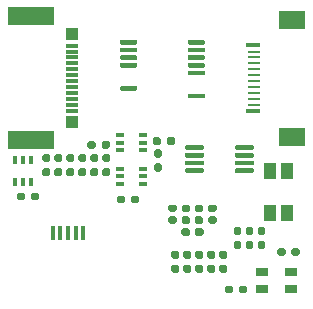
<source format=gtp>
%TF.GenerationSoftware,KiCad,Pcbnew,(5.1.7)-1*%
%TF.CreationDate,2020-11-18T22:53:05+01:00*%
%TF.ProjectId,twonkie,74776f6e-6b69-4652-9e6b-696361645f70,rev?*%
%TF.SameCoordinates,PX448d510PY20b3950*%
%TF.FileFunction,Paste,Top*%
%TF.FilePolarity,Positive*%
%FSLAX46Y46*%
G04 Gerber Fmt 4.6, Leading zero omitted, Abs format (unit mm)*
G04 Created by KiCad (PCBNEW (5.1.7)-1) date 2020-11-18 22:53:05*
%MOMM*%
%LPD*%
G01*
G04 APERTURE LIST*
%ADD10R,0.450000X1.300000*%
%ADD11R,1.000000X0.260000*%
%ADD12R,1.250000X0.410000*%
%ADD13R,2.200000X1.500000*%
%ADD14R,4.000000X1.500000*%
%ADD15R,1.000000X0.300000*%
%ADD16R,1.000000X1.000000*%
%ADD17R,0.650000X0.400000*%
%ADD18R,1.050000X1.400000*%
%ADD19R,0.400000X0.650000*%
%ADD20R,1.000000X0.800000*%
G04 APERTURE END LIST*
D10*
%TO.C,J3*%
X6634000Y-19436000D03*
X5984000Y-19436000D03*
X5334000Y-19436000D03*
X4684000Y-19436000D03*
X4034000Y-19436000D03*
%TD*%
%TO.C,R24*%
G36*
G01*
X19845000Y-19635500D02*
X19525000Y-19635500D01*
G75*
G02*
X19365000Y-19475500I0J160000D01*
G01*
X19365000Y-19080500D01*
G75*
G02*
X19525000Y-18920500I160000J0D01*
G01*
X19845000Y-18920500D01*
G75*
G02*
X20005000Y-19080500I0J-160000D01*
G01*
X20005000Y-19475500D01*
G75*
G02*
X19845000Y-19635500I-160000J0D01*
G01*
G37*
G36*
G01*
X19845000Y-20830500D02*
X19525000Y-20830500D01*
G75*
G02*
X19365000Y-20670500I0J160000D01*
G01*
X19365000Y-20275500D01*
G75*
G02*
X19525000Y-20115500I160000J0D01*
G01*
X19845000Y-20115500D01*
G75*
G02*
X20005000Y-20275500I0J-160000D01*
G01*
X20005000Y-20670500D01*
G75*
G02*
X19845000Y-20830500I-160000J0D01*
G01*
G37*
%TD*%
%TO.C,U2*%
G36*
G01*
X16935000Y-7763000D02*
X16935000Y-7963000D01*
G75*
G02*
X16835000Y-8063000I-100000J0D01*
G01*
X15560000Y-8063000D01*
G75*
G02*
X15460000Y-7963000I0J100000D01*
G01*
X15460000Y-7763000D01*
G75*
G02*
X15560000Y-7663000I100000J0D01*
G01*
X16835000Y-7663000D01*
G75*
G02*
X16935000Y-7763000I0J-100000D01*
G01*
G37*
G36*
G01*
X16935000Y-5813000D02*
X16935000Y-6013000D01*
G75*
G02*
X16835000Y-6113000I-100000J0D01*
G01*
X15560000Y-6113000D01*
G75*
G02*
X15460000Y-6013000I0J100000D01*
G01*
X15460000Y-5813000D01*
G75*
G02*
X15560000Y-5713000I100000J0D01*
G01*
X16835000Y-5713000D01*
G75*
G02*
X16935000Y-5813000I0J-100000D01*
G01*
G37*
G36*
G01*
X16935000Y-5163000D02*
X16935000Y-5363000D01*
G75*
G02*
X16835000Y-5463000I-100000J0D01*
G01*
X15560000Y-5463000D01*
G75*
G02*
X15460000Y-5363000I0J100000D01*
G01*
X15460000Y-5163000D01*
G75*
G02*
X15560000Y-5063000I100000J0D01*
G01*
X16835000Y-5063000D01*
G75*
G02*
X16935000Y-5163000I0J-100000D01*
G01*
G37*
G36*
G01*
X16935000Y-4513000D02*
X16935000Y-4713000D01*
G75*
G02*
X16835000Y-4813000I-100000J0D01*
G01*
X15560000Y-4813000D01*
G75*
G02*
X15460000Y-4713000I0J100000D01*
G01*
X15460000Y-4513000D01*
G75*
G02*
X15560000Y-4413000I100000J0D01*
G01*
X16835000Y-4413000D01*
G75*
G02*
X16935000Y-4513000I0J-100000D01*
G01*
G37*
G36*
G01*
X16935000Y-3863000D02*
X16935000Y-4063000D01*
G75*
G02*
X16835000Y-4163000I-100000J0D01*
G01*
X15560000Y-4163000D01*
G75*
G02*
X15460000Y-4063000I0J100000D01*
G01*
X15460000Y-3863000D01*
G75*
G02*
X15560000Y-3763000I100000J0D01*
G01*
X16835000Y-3763000D01*
G75*
G02*
X16935000Y-3863000I0J-100000D01*
G01*
G37*
G36*
G01*
X16935000Y-3213000D02*
X16935000Y-3413000D01*
G75*
G02*
X16835000Y-3513000I-100000J0D01*
G01*
X15560000Y-3513000D01*
G75*
G02*
X15460000Y-3413000I0J100000D01*
G01*
X15460000Y-3213000D01*
G75*
G02*
X15560000Y-3113000I100000J0D01*
G01*
X16835000Y-3113000D01*
G75*
G02*
X16935000Y-3213000I0J-100000D01*
G01*
G37*
G36*
G01*
X11210000Y-3213000D02*
X11210000Y-3413000D01*
G75*
G02*
X11110000Y-3513000I-100000J0D01*
G01*
X9835000Y-3513000D01*
G75*
G02*
X9735000Y-3413000I0J100000D01*
G01*
X9735000Y-3213000D01*
G75*
G02*
X9835000Y-3113000I100000J0D01*
G01*
X11110000Y-3113000D01*
G75*
G02*
X11210000Y-3213000I0J-100000D01*
G01*
G37*
G36*
G01*
X11210000Y-3863000D02*
X11210000Y-4063000D01*
G75*
G02*
X11110000Y-4163000I-100000J0D01*
G01*
X9835000Y-4163000D01*
G75*
G02*
X9735000Y-4063000I0J100000D01*
G01*
X9735000Y-3863000D01*
G75*
G02*
X9835000Y-3763000I100000J0D01*
G01*
X11110000Y-3763000D01*
G75*
G02*
X11210000Y-3863000I0J-100000D01*
G01*
G37*
G36*
G01*
X11210000Y-4513000D02*
X11210000Y-4713000D01*
G75*
G02*
X11110000Y-4813000I-100000J0D01*
G01*
X9835000Y-4813000D01*
G75*
G02*
X9735000Y-4713000I0J100000D01*
G01*
X9735000Y-4513000D01*
G75*
G02*
X9835000Y-4413000I100000J0D01*
G01*
X11110000Y-4413000D01*
G75*
G02*
X11210000Y-4513000I0J-100000D01*
G01*
G37*
G36*
G01*
X11210000Y-5163000D02*
X11210000Y-5363000D01*
G75*
G02*
X11110000Y-5463000I-100000J0D01*
G01*
X9835000Y-5463000D01*
G75*
G02*
X9735000Y-5363000I0J100000D01*
G01*
X9735000Y-5163000D01*
G75*
G02*
X9835000Y-5063000I100000J0D01*
G01*
X11110000Y-5063000D01*
G75*
G02*
X11210000Y-5163000I0J-100000D01*
G01*
G37*
G36*
G01*
X11210000Y-7113000D02*
X11210000Y-7313000D01*
G75*
G02*
X11110000Y-7413000I-100000J0D01*
G01*
X9835000Y-7413000D01*
G75*
G02*
X9735000Y-7313000I0J100000D01*
G01*
X9735000Y-7113000D01*
G75*
G02*
X9835000Y-7013000I100000J0D01*
G01*
X11110000Y-7013000D01*
G75*
G02*
X11210000Y-7113000I0J-100000D01*
G01*
G37*
%TD*%
D11*
%TO.C,J1*%
X21090000Y-8600000D03*
X21090000Y-8100000D03*
X21090000Y-7600000D03*
X21090000Y-7100000D03*
X21090000Y-6600000D03*
X21090000Y-6100000D03*
X21090000Y-5600000D03*
X21090000Y-5100000D03*
X21090000Y-4600000D03*
X21090000Y-4100000D03*
D12*
X20965000Y-9175000D03*
X20965000Y-3525000D03*
D13*
X24290000Y-11300000D03*
X24290000Y-1400000D03*
%TD*%
D14*
%TO.C,J2*%
X2215000Y-11600000D03*
X2215000Y-1100000D03*
D15*
X5675000Y-9100000D03*
X5675000Y-8600000D03*
X5675000Y-8100000D03*
X5675000Y-7600000D03*
X5675000Y-7100000D03*
X5675000Y-6600000D03*
X5675000Y-6100000D03*
X5675000Y-5600000D03*
X5675000Y-5100000D03*
X5675000Y-4600000D03*
X5675000Y-4100000D03*
X5675000Y-3600000D03*
D16*
X5675000Y-2600000D03*
X5675000Y-10100000D03*
%TD*%
D17*
%TO.C,Q3*%
X11681500Y-11161000D03*
X11681500Y-12461000D03*
X9781500Y-11811000D03*
X11681500Y-11811000D03*
X9781500Y-12461000D03*
X9781500Y-11161000D03*
%TD*%
%TO.C,C2*%
G36*
G01*
X14957400Y-18531900D02*
X14957400Y-18221900D01*
G75*
G02*
X15112400Y-18066900I155000J0D01*
G01*
X15537400Y-18066900D01*
G75*
G02*
X15692400Y-18221900I0J-155000D01*
G01*
X15692400Y-18531900D01*
G75*
G02*
X15537400Y-18686900I-155000J0D01*
G01*
X15112400Y-18686900D01*
G75*
G02*
X14957400Y-18531900I0J155000D01*
G01*
G37*
G36*
G01*
X13822400Y-18531900D02*
X13822400Y-18221900D01*
G75*
G02*
X13977400Y-18066900I155000J0D01*
G01*
X14402400Y-18066900D01*
G75*
G02*
X14557400Y-18221900I0J-155000D01*
G01*
X14557400Y-18531900D01*
G75*
G02*
X14402400Y-18686900I-155000J0D01*
G01*
X13977400Y-18686900D01*
G75*
G02*
X13822400Y-18531900I0J155000D01*
G01*
G37*
%TD*%
%TO.C,C4*%
G36*
G01*
X14957400Y-17528600D02*
X14957400Y-17218600D01*
G75*
G02*
X15112400Y-17063600I155000J0D01*
G01*
X15537400Y-17063600D01*
G75*
G02*
X15692400Y-17218600I0J-155000D01*
G01*
X15692400Y-17528600D01*
G75*
G02*
X15537400Y-17683600I-155000J0D01*
G01*
X15112400Y-17683600D01*
G75*
G02*
X14957400Y-17528600I0J155000D01*
G01*
G37*
G36*
G01*
X13822400Y-17528600D02*
X13822400Y-17218600D01*
G75*
G02*
X13977400Y-17063600I155000J0D01*
G01*
X14402400Y-17063600D01*
G75*
G02*
X14557400Y-17218600I0J-155000D01*
G01*
X14557400Y-17528600D01*
G75*
G02*
X14402400Y-17683600I-155000J0D01*
G01*
X13977400Y-17683600D01*
G75*
G02*
X13822400Y-17528600I0J155000D01*
G01*
G37*
%TD*%
%TO.C,R14*%
G36*
G01*
X2208500Y-16543000D02*
X2208500Y-16223000D01*
G75*
G02*
X2368500Y-16063000I160000J0D01*
G01*
X2763500Y-16063000D01*
G75*
G02*
X2923500Y-16223000I0J-160000D01*
G01*
X2923500Y-16543000D01*
G75*
G02*
X2763500Y-16703000I-160000J0D01*
G01*
X2368500Y-16703000D01*
G75*
G02*
X2208500Y-16543000I0J160000D01*
G01*
G37*
G36*
G01*
X1013500Y-16543000D02*
X1013500Y-16223000D01*
G75*
G02*
X1173500Y-16063000I160000J0D01*
G01*
X1568500Y-16063000D01*
G75*
G02*
X1728500Y-16223000I0J-160000D01*
G01*
X1728500Y-16543000D01*
G75*
G02*
X1568500Y-16703000I-160000J0D01*
G01*
X1173500Y-16703000D01*
G75*
G02*
X1013500Y-16543000I0J160000D01*
G01*
G37*
%TD*%
%TO.C,R16*%
G36*
G01*
X13702000Y-11844000D02*
X13702000Y-11524000D01*
G75*
G02*
X13862000Y-11364000I160000J0D01*
G01*
X14257000Y-11364000D01*
G75*
G02*
X14417000Y-11524000I0J-160000D01*
G01*
X14417000Y-11844000D01*
G75*
G02*
X14257000Y-12004000I-160000J0D01*
G01*
X13862000Y-12004000D01*
G75*
G02*
X13702000Y-11844000I0J160000D01*
G01*
G37*
G36*
G01*
X12507000Y-11844000D02*
X12507000Y-11524000D01*
G75*
G02*
X12667000Y-11364000I160000J0D01*
G01*
X13062000Y-11364000D01*
G75*
G02*
X13222000Y-11524000I0J-160000D01*
G01*
X13222000Y-11844000D01*
G75*
G02*
X13062000Y-12004000I-160000J0D01*
G01*
X12667000Y-12004000D01*
G75*
G02*
X12507000Y-11844000I0J160000D01*
G01*
G37*
%TD*%
D18*
%TO.C,SW1*%
X23897500Y-17802000D03*
X23897500Y-14202000D03*
X22457500Y-17802000D03*
X22457500Y-14202000D03*
%TD*%
%TO.C,U5*%
G36*
G01*
X19461000Y-12333000D02*
X19461000Y-12133000D01*
G75*
G02*
X19561000Y-12033000I100000J0D01*
G01*
X20986000Y-12033000D01*
G75*
G02*
X21086000Y-12133000I0J-100000D01*
G01*
X21086000Y-12333000D01*
G75*
G02*
X20986000Y-12433000I-100000J0D01*
G01*
X19561000Y-12433000D01*
G75*
G02*
X19461000Y-12333000I0J100000D01*
G01*
G37*
G36*
G01*
X19461000Y-12983000D02*
X19461000Y-12783000D01*
G75*
G02*
X19561000Y-12683000I100000J0D01*
G01*
X20986000Y-12683000D01*
G75*
G02*
X21086000Y-12783000I0J-100000D01*
G01*
X21086000Y-12983000D01*
G75*
G02*
X20986000Y-13083000I-100000J0D01*
G01*
X19561000Y-13083000D01*
G75*
G02*
X19461000Y-12983000I0J100000D01*
G01*
G37*
G36*
G01*
X19461000Y-13633000D02*
X19461000Y-13433000D01*
G75*
G02*
X19561000Y-13333000I100000J0D01*
G01*
X20986000Y-13333000D01*
G75*
G02*
X21086000Y-13433000I0J-100000D01*
G01*
X21086000Y-13633000D01*
G75*
G02*
X20986000Y-13733000I-100000J0D01*
G01*
X19561000Y-13733000D01*
G75*
G02*
X19461000Y-13633000I0J100000D01*
G01*
G37*
G36*
G01*
X19461000Y-14283000D02*
X19461000Y-14083000D01*
G75*
G02*
X19561000Y-13983000I100000J0D01*
G01*
X20986000Y-13983000D01*
G75*
G02*
X21086000Y-14083000I0J-100000D01*
G01*
X21086000Y-14283000D01*
G75*
G02*
X20986000Y-14383000I-100000J0D01*
G01*
X19561000Y-14383000D01*
G75*
G02*
X19461000Y-14283000I0J100000D01*
G01*
G37*
G36*
G01*
X15236000Y-14283000D02*
X15236000Y-14083000D01*
G75*
G02*
X15336000Y-13983000I100000J0D01*
G01*
X16761000Y-13983000D01*
G75*
G02*
X16861000Y-14083000I0J-100000D01*
G01*
X16861000Y-14283000D01*
G75*
G02*
X16761000Y-14383000I-100000J0D01*
G01*
X15336000Y-14383000D01*
G75*
G02*
X15236000Y-14283000I0J100000D01*
G01*
G37*
G36*
G01*
X15236000Y-13633000D02*
X15236000Y-13433000D01*
G75*
G02*
X15336000Y-13333000I100000J0D01*
G01*
X16761000Y-13333000D01*
G75*
G02*
X16861000Y-13433000I0J-100000D01*
G01*
X16861000Y-13633000D01*
G75*
G02*
X16761000Y-13733000I-100000J0D01*
G01*
X15336000Y-13733000D01*
G75*
G02*
X15236000Y-13633000I0J100000D01*
G01*
G37*
G36*
G01*
X15236000Y-12983000D02*
X15236000Y-12783000D01*
G75*
G02*
X15336000Y-12683000I100000J0D01*
G01*
X16761000Y-12683000D01*
G75*
G02*
X16861000Y-12783000I0J-100000D01*
G01*
X16861000Y-12983000D01*
G75*
G02*
X16761000Y-13083000I-100000J0D01*
G01*
X15336000Y-13083000D01*
G75*
G02*
X15236000Y-12983000I0J100000D01*
G01*
G37*
G36*
G01*
X15236000Y-12333000D02*
X15236000Y-12133000D01*
G75*
G02*
X15336000Y-12033000I100000J0D01*
G01*
X16761000Y-12033000D01*
G75*
G02*
X16861000Y-12133000I0J-100000D01*
G01*
X16861000Y-12333000D01*
G75*
G02*
X16761000Y-12433000I-100000J0D01*
G01*
X15336000Y-12433000D01*
G75*
G02*
X15236000Y-12333000I0J100000D01*
G01*
G37*
%TD*%
%TO.C,R23*%
G36*
G01*
X12794000Y-13575000D02*
X13114000Y-13575000D01*
G75*
G02*
X13274000Y-13735000I0J-160000D01*
G01*
X13274000Y-14130000D01*
G75*
G02*
X13114000Y-14290000I-160000J0D01*
G01*
X12794000Y-14290000D01*
G75*
G02*
X12634000Y-14130000I0J160000D01*
G01*
X12634000Y-13735000D01*
G75*
G02*
X12794000Y-13575000I160000J0D01*
G01*
G37*
G36*
G01*
X12794000Y-12380000D02*
X13114000Y-12380000D01*
G75*
G02*
X13274000Y-12540000I0J-160000D01*
G01*
X13274000Y-12935000D01*
G75*
G02*
X13114000Y-13095000I-160000J0D01*
G01*
X12794000Y-13095000D01*
G75*
G02*
X12634000Y-12935000I0J160000D01*
G01*
X12634000Y-12540000D01*
G75*
G02*
X12794000Y-12380000I160000J0D01*
G01*
G37*
%TD*%
%TO.C,R22*%
G36*
G01*
X10174000Y-16477000D02*
X10174000Y-16797000D01*
G75*
G02*
X10014000Y-16957000I-160000J0D01*
G01*
X9619000Y-16957000D01*
G75*
G02*
X9459000Y-16797000I0J160000D01*
G01*
X9459000Y-16477000D01*
G75*
G02*
X9619000Y-16317000I160000J0D01*
G01*
X10014000Y-16317000D01*
G75*
G02*
X10174000Y-16477000I0J-160000D01*
G01*
G37*
G36*
G01*
X11369000Y-16477000D02*
X11369000Y-16797000D01*
G75*
G02*
X11209000Y-16957000I-160000J0D01*
G01*
X10814000Y-16957000D01*
G75*
G02*
X10654000Y-16797000I0J160000D01*
G01*
X10654000Y-16477000D01*
G75*
G02*
X10814000Y-16317000I160000J0D01*
G01*
X11209000Y-16317000D01*
G75*
G02*
X11369000Y-16477000I0J-160000D01*
G01*
G37*
%TD*%
%TO.C,R21*%
G36*
G01*
X18318500Y-22147500D02*
X18638500Y-22147500D01*
G75*
G02*
X18798500Y-22307500I0J-160000D01*
G01*
X18798500Y-22702500D01*
G75*
G02*
X18638500Y-22862500I-160000J0D01*
G01*
X18318500Y-22862500D01*
G75*
G02*
X18158500Y-22702500I0J160000D01*
G01*
X18158500Y-22307500D01*
G75*
G02*
X18318500Y-22147500I160000J0D01*
G01*
G37*
G36*
G01*
X18318500Y-20952500D02*
X18638500Y-20952500D01*
G75*
G02*
X18798500Y-21112500I0J-160000D01*
G01*
X18798500Y-21507500D01*
G75*
G02*
X18638500Y-21667500I-160000J0D01*
G01*
X18318500Y-21667500D01*
G75*
G02*
X18158500Y-21507500I0J160000D01*
G01*
X18158500Y-21112500D01*
G75*
G02*
X18318500Y-20952500I160000J0D01*
G01*
G37*
%TD*%
%TO.C,R20*%
G36*
G01*
X17302500Y-22147500D02*
X17622500Y-22147500D01*
G75*
G02*
X17782500Y-22307500I0J-160000D01*
G01*
X17782500Y-22702500D01*
G75*
G02*
X17622500Y-22862500I-160000J0D01*
G01*
X17302500Y-22862500D01*
G75*
G02*
X17142500Y-22702500I0J160000D01*
G01*
X17142500Y-22307500D01*
G75*
G02*
X17302500Y-22147500I160000J0D01*
G01*
G37*
G36*
G01*
X17302500Y-20952500D02*
X17622500Y-20952500D01*
G75*
G02*
X17782500Y-21112500I0J-160000D01*
G01*
X17782500Y-21507500D01*
G75*
G02*
X17622500Y-21667500I-160000J0D01*
G01*
X17302500Y-21667500D01*
G75*
G02*
X17142500Y-21507500I0J160000D01*
G01*
X17142500Y-21112500D01*
G75*
G02*
X17302500Y-20952500I160000J0D01*
G01*
G37*
%TD*%
%TO.C,R19*%
G36*
G01*
X16286500Y-22147500D02*
X16606500Y-22147500D01*
G75*
G02*
X16766500Y-22307500I0J-160000D01*
G01*
X16766500Y-22702500D01*
G75*
G02*
X16606500Y-22862500I-160000J0D01*
G01*
X16286500Y-22862500D01*
G75*
G02*
X16126500Y-22702500I0J160000D01*
G01*
X16126500Y-22307500D01*
G75*
G02*
X16286500Y-22147500I160000J0D01*
G01*
G37*
G36*
G01*
X16286500Y-20952500D02*
X16606500Y-20952500D01*
G75*
G02*
X16766500Y-21112500I0J-160000D01*
G01*
X16766500Y-21507500D01*
G75*
G02*
X16606500Y-21667500I-160000J0D01*
G01*
X16286500Y-21667500D01*
G75*
G02*
X16126500Y-21507500I0J160000D01*
G01*
X16126500Y-21112500D01*
G75*
G02*
X16286500Y-20952500I160000J0D01*
G01*
G37*
%TD*%
%TO.C,R18*%
G36*
G01*
X15270500Y-22147500D02*
X15590500Y-22147500D01*
G75*
G02*
X15750500Y-22307500I0J-160000D01*
G01*
X15750500Y-22702500D01*
G75*
G02*
X15590500Y-22862500I-160000J0D01*
G01*
X15270500Y-22862500D01*
G75*
G02*
X15110500Y-22702500I0J160000D01*
G01*
X15110500Y-22307500D01*
G75*
G02*
X15270500Y-22147500I160000J0D01*
G01*
G37*
G36*
G01*
X15270500Y-20952500D02*
X15590500Y-20952500D01*
G75*
G02*
X15750500Y-21112500I0J-160000D01*
G01*
X15750500Y-21507500D01*
G75*
G02*
X15590500Y-21667500I-160000J0D01*
G01*
X15270500Y-21667500D01*
G75*
G02*
X15110500Y-21507500I0J160000D01*
G01*
X15110500Y-21112500D01*
G75*
G02*
X15270500Y-20952500I160000J0D01*
G01*
G37*
%TD*%
%TO.C,R17*%
G36*
G01*
X14254500Y-22147500D02*
X14574500Y-22147500D01*
G75*
G02*
X14734500Y-22307500I0J-160000D01*
G01*
X14734500Y-22702500D01*
G75*
G02*
X14574500Y-22862500I-160000J0D01*
G01*
X14254500Y-22862500D01*
G75*
G02*
X14094500Y-22702500I0J160000D01*
G01*
X14094500Y-22307500D01*
G75*
G02*
X14254500Y-22147500I160000J0D01*
G01*
G37*
G36*
G01*
X14254500Y-20952500D02*
X14574500Y-20952500D01*
G75*
G02*
X14734500Y-21112500I0J-160000D01*
G01*
X14734500Y-21507500D01*
G75*
G02*
X14574500Y-21667500I-160000J0D01*
G01*
X14254500Y-21667500D01*
G75*
G02*
X14094500Y-21507500I0J160000D01*
G01*
X14094500Y-21112500D01*
G75*
G02*
X14254500Y-20952500I160000J0D01*
G01*
G37*
%TD*%
%TO.C,R15*%
G36*
G01*
X3332500Y-13956000D02*
X3652500Y-13956000D01*
G75*
G02*
X3812500Y-14116000I0J-160000D01*
G01*
X3812500Y-14511000D01*
G75*
G02*
X3652500Y-14671000I-160000J0D01*
G01*
X3332500Y-14671000D01*
G75*
G02*
X3172500Y-14511000I0J160000D01*
G01*
X3172500Y-14116000D01*
G75*
G02*
X3332500Y-13956000I160000J0D01*
G01*
G37*
G36*
G01*
X3332500Y-12761000D02*
X3652500Y-12761000D01*
G75*
G02*
X3812500Y-12921000I0J-160000D01*
G01*
X3812500Y-13316000D01*
G75*
G02*
X3652500Y-13476000I-160000J0D01*
G01*
X3332500Y-13476000D01*
G75*
G02*
X3172500Y-13316000I0J160000D01*
G01*
X3172500Y-12921000D01*
G75*
G02*
X3332500Y-12761000I160000J0D01*
G01*
G37*
%TD*%
%TO.C,R13*%
G36*
G01*
X4668500Y-13476000D02*
X4348500Y-13476000D01*
G75*
G02*
X4188500Y-13316000I0J160000D01*
G01*
X4188500Y-12921000D01*
G75*
G02*
X4348500Y-12761000I160000J0D01*
G01*
X4668500Y-12761000D01*
G75*
G02*
X4828500Y-12921000I0J-160000D01*
G01*
X4828500Y-13316000D01*
G75*
G02*
X4668500Y-13476000I-160000J0D01*
G01*
G37*
G36*
G01*
X4668500Y-14671000D02*
X4348500Y-14671000D01*
G75*
G02*
X4188500Y-14511000I0J160000D01*
G01*
X4188500Y-14116000D01*
G75*
G02*
X4348500Y-13956000I160000J0D01*
G01*
X4668500Y-13956000D01*
G75*
G02*
X4828500Y-14116000I0J-160000D01*
G01*
X4828500Y-14511000D01*
G75*
G02*
X4668500Y-14671000I-160000J0D01*
G01*
G37*
%TD*%
%TO.C,R12*%
G36*
G01*
X5684500Y-13476000D02*
X5364500Y-13476000D01*
G75*
G02*
X5204500Y-13316000I0J160000D01*
G01*
X5204500Y-12921000D01*
G75*
G02*
X5364500Y-12761000I160000J0D01*
G01*
X5684500Y-12761000D01*
G75*
G02*
X5844500Y-12921000I0J-160000D01*
G01*
X5844500Y-13316000D01*
G75*
G02*
X5684500Y-13476000I-160000J0D01*
G01*
G37*
G36*
G01*
X5684500Y-14671000D02*
X5364500Y-14671000D01*
G75*
G02*
X5204500Y-14511000I0J160000D01*
G01*
X5204500Y-14116000D01*
G75*
G02*
X5364500Y-13956000I160000J0D01*
G01*
X5684500Y-13956000D01*
G75*
G02*
X5844500Y-14116000I0J-160000D01*
G01*
X5844500Y-14511000D01*
G75*
G02*
X5684500Y-14671000I-160000J0D01*
G01*
G37*
%TD*%
%TO.C,R11*%
G36*
G01*
X6700500Y-13476000D02*
X6380500Y-13476000D01*
G75*
G02*
X6220500Y-13316000I0J160000D01*
G01*
X6220500Y-12921000D01*
G75*
G02*
X6380500Y-12761000I160000J0D01*
G01*
X6700500Y-12761000D01*
G75*
G02*
X6860500Y-12921000I0J-160000D01*
G01*
X6860500Y-13316000D01*
G75*
G02*
X6700500Y-13476000I-160000J0D01*
G01*
G37*
G36*
G01*
X6700500Y-14671000D02*
X6380500Y-14671000D01*
G75*
G02*
X6220500Y-14511000I0J160000D01*
G01*
X6220500Y-14116000D01*
G75*
G02*
X6380500Y-13956000I160000J0D01*
G01*
X6700500Y-13956000D01*
G75*
G02*
X6860500Y-14116000I0J-160000D01*
G01*
X6860500Y-14511000D01*
G75*
G02*
X6700500Y-14671000I-160000J0D01*
G01*
G37*
%TD*%
%TO.C,R10*%
G36*
G01*
X7716500Y-13476000D02*
X7396500Y-13476000D01*
G75*
G02*
X7236500Y-13316000I0J160000D01*
G01*
X7236500Y-12921000D01*
G75*
G02*
X7396500Y-12761000I160000J0D01*
G01*
X7716500Y-12761000D01*
G75*
G02*
X7876500Y-12921000I0J-160000D01*
G01*
X7876500Y-13316000D01*
G75*
G02*
X7716500Y-13476000I-160000J0D01*
G01*
G37*
G36*
G01*
X7716500Y-14671000D02*
X7396500Y-14671000D01*
G75*
G02*
X7236500Y-14511000I0J160000D01*
G01*
X7236500Y-14116000D01*
G75*
G02*
X7396500Y-13956000I160000J0D01*
G01*
X7716500Y-13956000D01*
G75*
G02*
X7876500Y-14116000I0J-160000D01*
G01*
X7876500Y-14511000D01*
G75*
G02*
X7716500Y-14671000I-160000J0D01*
G01*
G37*
%TD*%
%TO.C,R9*%
G36*
G01*
X8732500Y-13476000D02*
X8412500Y-13476000D01*
G75*
G02*
X8252500Y-13316000I0J160000D01*
G01*
X8252500Y-12921000D01*
G75*
G02*
X8412500Y-12761000I160000J0D01*
G01*
X8732500Y-12761000D01*
G75*
G02*
X8892500Y-12921000I0J-160000D01*
G01*
X8892500Y-13316000D01*
G75*
G02*
X8732500Y-13476000I-160000J0D01*
G01*
G37*
G36*
G01*
X8732500Y-14671000D02*
X8412500Y-14671000D01*
G75*
G02*
X8252500Y-14511000I0J160000D01*
G01*
X8252500Y-14116000D01*
G75*
G02*
X8412500Y-13956000I160000J0D01*
G01*
X8732500Y-13956000D01*
G75*
G02*
X8892500Y-14116000I0J-160000D01*
G01*
X8892500Y-14511000D01*
G75*
G02*
X8732500Y-14671000I-160000J0D01*
G01*
G37*
%TD*%
%TO.C,R8*%
G36*
G01*
X7697500Y-11841500D02*
X7697500Y-12161500D01*
G75*
G02*
X7537500Y-12321500I-160000J0D01*
G01*
X7142500Y-12321500D01*
G75*
G02*
X6982500Y-12161500I0J160000D01*
G01*
X6982500Y-11841500D01*
G75*
G02*
X7142500Y-11681500I160000J0D01*
G01*
X7537500Y-11681500D01*
G75*
G02*
X7697500Y-11841500I0J-160000D01*
G01*
G37*
G36*
G01*
X8892500Y-11841500D02*
X8892500Y-12161500D01*
G75*
G02*
X8732500Y-12321500I-160000J0D01*
G01*
X8337500Y-12321500D01*
G75*
G02*
X8177500Y-12161500I0J160000D01*
G01*
X8177500Y-11841500D01*
G75*
G02*
X8337500Y-11681500I160000J0D01*
G01*
X8732500Y-11681500D01*
G75*
G02*
X8892500Y-11841500I0J-160000D01*
G01*
G37*
%TD*%
%TO.C,R7*%
G36*
G01*
X19318000Y-24097000D02*
X19318000Y-24417000D01*
G75*
G02*
X19158000Y-24577000I-160000J0D01*
G01*
X18763000Y-24577000D01*
G75*
G02*
X18603000Y-24417000I0J160000D01*
G01*
X18603000Y-24097000D01*
G75*
G02*
X18763000Y-23937000I160000J0D01*
G01*
X19158000Y-23937000D01*
G75*
G02*
X19318000Y-24097000I0J-160000D01*
G01*
G37*
G36*
G01*
X20513000Y-24097000D02*
X20513000Y-24417000D01*
G75*
G02*
X20353000Y-24577000I-160000J0D01*
G01*
X19958000Y-24577000D01*
G75*
G02*
X19798000Y-24417000I0J160000D01*
G01*
X19798000Y-24097000D01*
G75*
G02*
X19958000Y-23937000I160000J0D01*
G01*
X20353000Y-23937000D01*
G75*
G02*
X20513000Y-24097000I0J-160000D01*
G01*
G37*
%TD*%
%TO.C,R6*%
G36*
G01*
X21877000Y-19635500D02*
X21557000Y-19635500D01*
G75*
G02*
X21397000Y-19475500I0J160000D01*
G01*
X21397000Y-19080500D01*
G75*
G02*
X21557000Y-18920500I160000J0D01*
G01*
X21877000Y-18920500D01*
G75*
G02*
X22037000Y-19080500I0J-160000D01*
G01*
X22037000Y-19475500D01*
G75*
G02*
X21877000Y-19635500I-160000J0D01*
G01*
G37*
G36*
G01*
X21877000Y-20830500D02*
X21557000Y-20830500D01*
G75*
G02*
X21397000Y-20670500I0J160000D01*
G01*
X21397000Y-20275500D01*
G75*
G02*
X21557000Y-20115500I160000J0D01*
G01*
X21877000Y-20115500D01*
G75*
G02*
X22037000Y-20275500I0J-160000D01*
G01*
X22037000Y-20670500D01*
G75*
G02*
X21877000Y-20830500I-160000J0D01*
G01*
G37*
%TD*%
%TO.C,R5*%
G36*
G01*
X23763000Y-20922000D02*
X23763000Y-21242000D01*
G75*
G02*
X23603000Y-21402000I-160000J0D01*
G01*
X23208000Y-21402000D01*
G75*
G02*
X23048000Y-21242000I0J160000D01*
G01*
X23048000Y-20922000D01*
G75*
G02*
X23208000Y-20762000I160000J0D01*
G01*
X23603000Y-20762000D01*
G75*
G02*
X23763000Y-20922000I0J-160000D01*
G01*
G37*
G36*
G01*
X24958000Y-20922000D02*
X24958000Y-21242000D01*
G75*
G02*
X24798000Y-21402000I-160000J0D01*
G01*
X24403000Y-21402000D01*
G75*
G02*
X24243000Y-21242000I0J160000D01*
G01*
X24243000Y-20922000D01*
G75*
G02*
X24403000Y-20762000I160000J0D01*
G01*
X24798000Y-20762000D01*
G75*
G02*
X24958000Y-20922000I0J-160000D01*
G01*
G37*
%TD*%
%TO.C,R1*%
G36*
G01*
X20541000Y-20115500D02*
X20861000Y-20115500D01*
G75*
G02*
X21021000Y-20275500I0J-160000D01*
G01*
X21021000Y-20670500D01*
G75*
G02*
X20861000Y-20830500I-160000J0D01*
G01*
X20541000Y-20830500D01*
G75*
G02*
X20381000Y-20670500I0J160000D01*
G01*
X20381000Y-20275500D01*
G75*
G02*
X20541000Y-20115500I160000J0D01*
G01*
G37*
G36*
G01*
X20541000Y-18920500D02*
X20861000Y-18920500D01*
G75*
G02*
X21021000Y-19080500I0J-160000D01*
G01*
X21021000Y-19475500D01*
G75*
G02*
X20861000Y-19635500I-160000J0D01*
G01*
X20541000Y-19635500D01*
G75*
G02*
X20381000Y-19475500I0J160000D01*
G01*
X20381000Y-19080500D01*
G75*
G02*
X20541000Y-18920500I160000J0D01*
G01*
G37*
%TD*%
D17*
%TO.C,Q2*%
X9781500Y-15318500D03*
X9781500Y-14018500D03*
X11681500Y-14668500D03*
X9781500Y-14668500D03*
X11681500Y-14018500D03*
X11681500Y-15318500D03*
%TD*%
D19*
%TO.C,Q1*%
X2174000Y-15174000D03*
X874000Y-15174000D03*
X1524000Y-13274000D03*
X1524000Y-15174000D03*
X874000Y-13274000D03*
X2174000Y-13274000D03*
%TD*%
%TO.C,FB2*%
G36*
G01*
X16065000Y-19552900D02*
X16065000Y-19232900D01*
G75*
G02*
X16225000Y-19072900I160000J0D01*
G01*
X16670000Y-19072900D01*
G75*
G02*
X16830000Y-19232900I0J-160000D01*
G01*
X16830000Y-19552900D01*
G75*
G02*
X16670000Y-19712900I-160000J0D01*
G01*
X16225000Y-19712900D01*
G75*
G02*
X16065000Y-19552900I0J160000D01*
G01*
G37*
G36*
G01*
X14920000Y-19552900D02*
X14920000Y-19232900D01*
G75*
G02*
X15080000Y-19072900I160000J0D01*
G01*
X15525000Y-19072900D01*
G75*
G02*
X15685000Y-19232900I0J-160000D01*
G01*
X15685000Y-19552900D01*
G75*
G02*
X15525000Y-19712900I-160000J0D01*
G01*
X15080000Y-19712900D01*
G75*
G02*
X14920000Y-19552900I0J160000D01*
G01*
G37*
%TD*%
D20*
%TO.C,DS2*%
X24237000Y-22795000D03*
X21737000Y-22795000D03*
X21737000Y-24195000D03*
X24237000Y-24195000D03*
%TD*%
%TO.C,C6*%
G36*
G01*
X16792600Y-17218600D02*
X16792600Y-17528600D01*
G75*
G02*
X16637600Y-17683600I-155000J0D01*
G01*
X16212600Y-17683600D01*
G75*
G02*
X16057600Y-17528600I0J155000D01*
G01*
X16057600Y-17218600D01*
G75*
G02*
X16212600Y-17063600I155000J0D01*
G01*
X16637600Y-17063600D01*
G75*
G02*
X16792600Y-17218600I0J-155000D01*
G01*
G37*
G36*
G01*
X17927600Y-17218600D02*
X17927600Y-17528600D01*
G75*
G02*
X17772600Y-17683600I-155000J0D01*
G01*
X17347600Y-17683600D01*
G75*
G02*
X17192600Y-17528600I0J155000D01*
G01*
X17192600Y-17218600D01*
G75*
G02*
X17347600Y-17063600I155000J0D01*
G01*
X17772600Y-17063600D01*
G75*
G02*
X17927600Y-17218600I0J-155000D01*
G01*
G37*
%TD*%
%TO.C,C5*%
G36*
G01*
X16792600Y-18221900D02*
X16792600Y-18531900D01*
G75*
G02*
X16637600Y-18686900I-155000J0D01*
G01*
X16212600Y-18686900D01*
G75*
G02*
X16057600Y-18531900I0J155000D01*
G01*
X16057600Y-18221900D01*
G75*
G02*
X16212600Y-18066900I155000J0D01*
G01*
X16637600Y-18066900D01*
G75*
G02*
X16792600Y-18221900I0J-155000D01*
G01*
G37*
G36*
G01*
X17927600Y-18221900D02*
X17927600Y-18531900D01*
G75*
G02*
X17772600Y-18686900I-155000J0D01*
G01*
X17347600Y-18686900D01*
G75*
G02*
X17192600Y-18531900I0J155000D01*
G01*
X17192600Y-18221900D01*
G75*
G02*
X17347600Y-18066900I155000J0D01*
G01*
X17772600Y-18066900D01*
G75*
G02*
X17927600Y-18221900I0J-155000D01*
G01*
G37*
%TD*%
M02*

</source>
